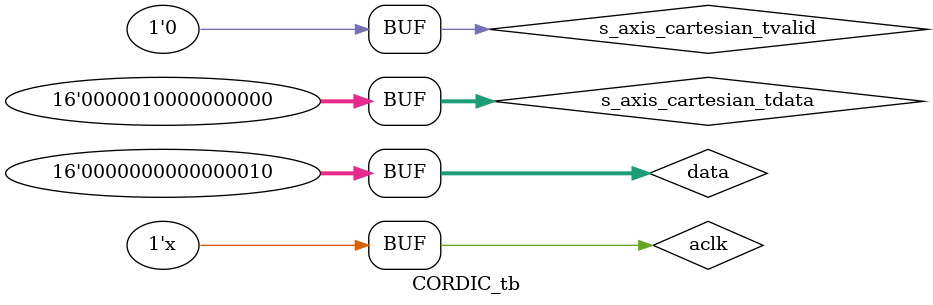
<source format=v>
`timescale 1ns/1ps

module CORDIC_tb;

reg aclk = 0;
reg s_axis_cartesian_tvalid = 0;
reg [15:0] s_axis_cartesian_tdata;

wire m_axis_dout_tvalid;
wire [15:0] m_axis_dout_tdata;

cordic_0 dut(aclk,s_axis_cartesian_tvalid,s_axis_cartesian_tdata,m_axis_dout_tvalid,m_axis_dout_tdata);

reg [15:0] data = 2;

//CLOCKING
always #1
    aclk <= ~aclk;

//INPUT CONTROLLER
initial begin
    #5
    s_axis_cartesian_tvalid = 1;
    s_axis_cartesian_tdata = 1024;
    #2
    s_axis_cartesian_tvalid = 0;
end

endmodule
</source>
